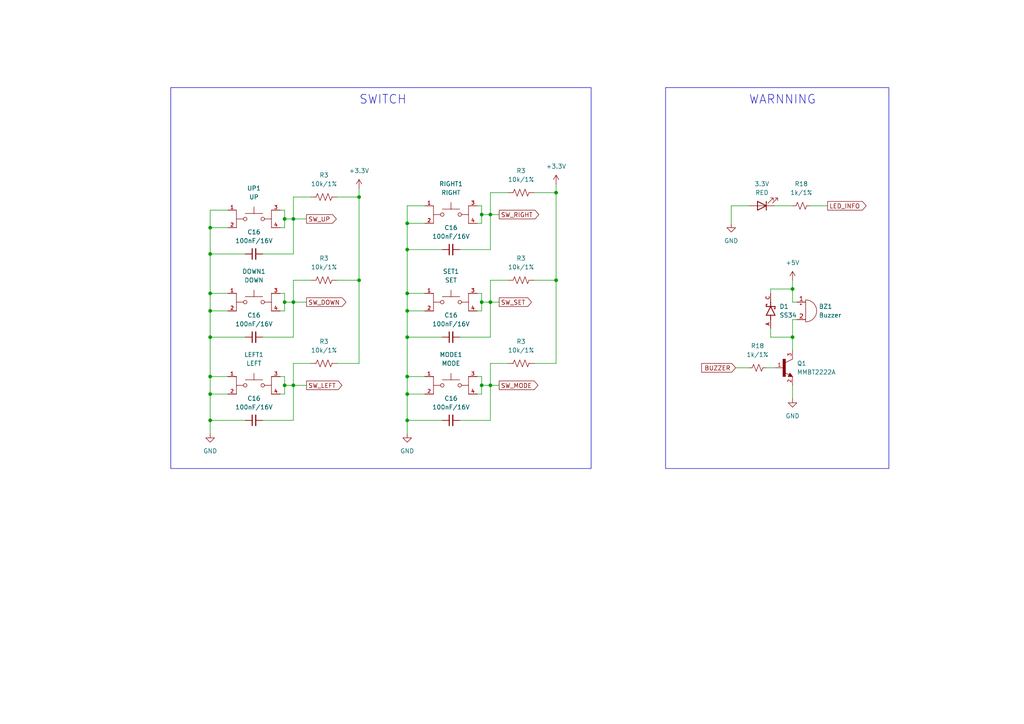
<source format=kicad_sch>
(kicad_sch (version 20230121) (generator eeschema)
  (paper "A4")
  (title_block (title "SETTING") (date "2023-12-10"))
  (lib_symbols
    (symbol "Device:Buzzer" (pin_names (offset 0.0254) hide)
      (property "Reference" "BZ" (at 3.81 1.27 0))
      (property "Value" "Buzzer" (at 3.81 -1.27 0))
      (symbol "Buzzer_0_1"
        (arc (start 0 -3.175) (mid 3.1612 0) (end 0 3.175))
        (polyline (pts (xy -1.651 1.905) (xy -1.143 1.905)))
        (polyline (pts (xy -1.397 2.159) (xy -1.397 1.651)))
        (polyline (pts (xy 0 3.175) (xy 0 -3.175)))
      )
      (symbol "Buzzer_1_1"
        (pin passive line (at -2.54 2.54 0) (length 2.54) (name "-") (number "1"))
        (pin passive line (at -2.54 -2.54 0) (length 2.54) (name "+") (number "2"))
      )
    )
    (symbol "Device:C_Small" (pin_numbers hide) (pin_names (offset 0.254) hide)
      (property "Reference" "C" (at 0.254 1.778 0))
      (property "Value" "C_Small" (at 0.254 -2.032 0))
      (symbol "C_Small_0_1"
        (polyline (pts (xy -1.524 -0.508) (xy 1.524 -0.508)) (stroke (width 0.3302)))
        (polyline (pts (xy -1.524 0.508) (xy 1.524 0.508)) (stroke (width 0.3048)))
      )
      (symbol "C_Small_1_1"
        (pin passive line (at 0 2.54 270) (length 2.032) (name "~") (number "1"))
        (pin passive line (at 0 -2.54 90) (length 2.032) (name "~") (number "2"))
      )
    )
    (symbol "Device:LED" (pin_numbers hide) (pin_names (offset 1.016) hide)
      (property "Reference" "D" (at 0 2.54 0))
      (property "Value" "LED" (at 0 -2.54 0))
      (symbol "LED_0_1"
        (polyline (pts (xy -1.27 -1.27) (xy -1.27 1.27)) (stroke (width 0.254)))
        (polyline (pts (xy -1.27 0) (xy 1.27 0)))
        (polyline (pts (xy 1.27 -1.27) (xy 1.27 1.27) (xy -1.27 0) (xy 1.27 -1.27)) (stroke (width 0.254)))
        (polyline (pts (xy -3.048 -0.762) (xy -4.572 -2.286) (xy -3.81 -2.286) (xy -4.572 -2.286) (xy -4.572 -1.524)))
        (polyline (pts (xy -1.778 -0.762) (xy -3.302 -2.286) (xy -2.54 -2.286) (xy -3.302 -2.286) (xy -3.302 -1.524)))
      )
      (symbol "LED_1_1"
        (pin passive line (at -3.81 0 0) (length 2.54) (name "K") (number "1"))
        (pin passive line (at 3.81 0 180) (length 2.54) (name "A") (number "2"))
      )
    )
    (symbol "Device:R_Small_US" (pin_numbers hide) (pin_names (offset 0.254) hide)
      (property "Reference" "R" (at 0.762 0.508 0))
      (property "Value" "R_Small_US" (at 0.762 -1.016 0))
      (symbol "R_Small_US_1_1"
        (polyline (pts (xy 0 0) (xy 1.016 -0.381) (xy 0 -0.762) (xy -1.016 -1.143) (xy 0 -1.524)))
        (polyline (pts (xy 0 1.524) (xy 1.016 1.143) (xy 0 0.762) (xy -1.016 0.381) (xy 0 0)))
        (pin passive line (at 0 2.54 270) (length 1.016) (name "~") (number "1"))
        (pin passive line (at 0 -2.54 90) (length 1.016) (name "~") (number "2"))
      )
    )
    (symbol "Device:R_US" (pin_numbers hide) (pin_names (offset 0))
      (property "Reference" "R" (at 2.54 0 90))
      (property "Value" "R_US" (at -2.54 0 90))
      (symbol "R_US_0_1"
        (polyline (pts (xy 0 -2.286) (xy 0 -2.54)))
        (polyline (pts (xy 0 2.286) (xy 0 2.54)))
        (polyline (pts (xy 0 -0.762) (xy 1.016 -1.143) (xy 0 -1.524) (xy -1.016 -1.905) (xy 0 -2.286)))
        (polyline (pts (xy 0 0.762) (xy 1.016 0.381) (xy 0 0) (xy -1.016 -0.381) (xy 0 -0.762)))
        (polyline (pts (xy 0 2.286) (xy 1.016 1.905) (xy 0 1.524) (xy -1.016 1.143) (xy 0 0.762)))
      )
      (symbol "R_US_1_1"
        (pin passive line (at 0 3.81 270) (length 1.27) (name "~") (number "1"))
        (pin passive line (at 0 -3.81 90) (length 1.27) (name "~") (number "2"))
      )
    )
    (symbol "MMBT2222A:MMBT2222A" (pin_names (offset 1.016))
      (property "Reference" "Q" (at -10.1729 7.6297 0))
      (property "Value" "MMBT2222A" (at -10.1683 5.0841 0))
      (symbol "MMBT2222A_0_0"
        (rectangle (start -0.2545 -2.5449) (end 0.508 2.54) (stroke (width 0.1)) (fill (type outline)))
        (polyline (pts (xy 1.27 -2.54) (xy 1.778 -1.524)) (stroke (width 0.1524)))
        (polyline (pts (xy 1.524 -2.413) (xy 2.286 -2.413)) (stroke (width 0.254)))
        (polyline (pts (xy 1.524 -2.286) (xy 1.905 -2.286)) (stroke (width 0.254)))
        (polyline (pts (xy 1.54 -2.04) (xy 0.308 -1.424)) (stroke (width 0.1524)))
        (polyline (pts (xy 1.778 -1.778) (xy 1.524 -2.286)) (stroke (width 0.254)))
        (polyline (pts (xy 1.778 -1.524) (xy 2.54 -2.54)) (stroke (width 0.1524)))
        (polyline (pts (xy 1.905 -2.286) (xy 1.778 -2.032)) (stroke (width 0.254)))
        (polyline (pts (xy 2.286 -2.413) (xy 1.778 -1.778)) (stroke (width 0.254)))
        (polyline (pts (xy 2.54 -2.54) (xy 1.27 -2.54)) (stroke (width 0.1524)))
        (polyline (pts (xy 2.54 2.54) (xy 0.508 1.524)) (stroke (width 0.1524)))
        (pin passive line (at -2.54 0 0) (length 2.54) (name "~") (number "1"))
        (pin passive line (at 2.54 -5.08 90) (length 2.54) (name "~") (number "2"))
        (pin passive line (at 2.54 5.08 270) (length 2.54) (name "~") (number "3"))
      )
    )
    (symbol "SS34:SS34" (pin_names (offset 1.016))
      (property "Reference" "D" (at -5.08 2.54 0))
      (property "Value" "SS34" (at -5.08 -3.81 0))
      (symbol "SS34_0_0"
        (polyline (pts (xy -2.54 0) (xy -1.27 0)) (stroke (width 0.254)))
        (polyline (pts (xy -1.27 -1.27) (xy 1.27 0)) (stroke (width 0.254)))
        (polyline (pts (xy -1.27 0) (xy -1.27 -1.27)) (stroke (width 0.254)))
        (polyline (pts (xy -1.27 1.27) (xy -1.27 0)) (stroke (width 0.254)))
        (polyline (pts (xy 0.635 -1.016) (xy 0.635 -1.27)) (stroke (width 0.254)))
        (polyline (pts (xy 1.27 -1.27) (xy 0.635 -1.27)) (stroke (width 0.254)))
        (polyline (pts (xy 1.27 0) (xy -1.27 1.27)) (stroke (width 0.254)))
        (polyline (pts (xy 1.27 0) (xy 1.27 -1.27)) (stroke (width 0.254)))
        (polyline (pts (xy 1.27 1.27) (xy 1.27 0)) (stroke (width 0.254)))
        (polyline (pts (xy 1.905 1.27) (xy 1.27 1.27)) (stroke (width 0.254)))
        (polyline (pts (xy 1.905 1.27) (xy 1.905 1.016)) (stroke (width 0.254)))
        (polyline (pts (xy 2.54 0) (xy 1.27 0)) (stroke (width 0.254)))
        (pin passive line (at -5.08 0 0) (length 2.54) (name "~") (number "A"))
        (pin passive line (at 5.08 0 180) (length 2.54) (name "~") (number "C"))
      )
    )
    (symbol "TL3300CF260Q:SW_SMD_12_12" (pin_names (offset 1.016))
      (property "Reference" "SW" (at -5.08 5.08 0))
      (property "Value" "TL3300CF260Q" (at -5.08 -5.08 0))
      (symbol "SW_SMD_12_12_0_0"
        (circle (center -2.54 0) (radius 0.508) (stroke (width 0.1524)))
        (polyline (pts (xy -5.08 0) (xy -3.048 0)) (stroke (width 0.1524)))
        (polyline (pts (xy -5.08 2.54) (xy -5.08 -2.54)) (stroke (width 0.1524)))
        (polyline (pts (xy -2.54 1.5875) (xy 0 1.5875)) (stroke (width 0.1524)))
        (polyline (pts (xy 0 1.5875) (xy 0 3.4925)) (stroke (width 0.1524)))
        (polyline (pts (xy 0 1.5875) (xy 2.54 1.5875)) (stroke (width 0.1524)))
        (polyline (pts (xy 5.08 0) (xy 3.048 0)) (stroke (width 0.1524)))
        (polyline (pts (xy 5.08 2.54) (xy 5.08 -2.54)) (stroke (width 0.1524)))
        (circle (center 2.54 0) (radius 0.508) (stroke (width 0.1524)))
        (pin passive line (at -7.62 2.54 0) (length 2.54) (name "~") (number "1"))
        (pin passive line (at -7.62 -2.54 0) (length 2.54) (name "~") (number "2"))
        (pin passive line (at 7.62 2.54 180) (length 2.54) (name "~") (number "3"))
        (pin passive line (at 7.62 -2.54 180) (length 2.54) (name "~") (number "4"))
      )
    )
    (symbol "power:+3.3V" (power) (pin_names (offset 0))
      (property "Value" "+3.3V" (at 0 3.556 0))
      (symbol "+3.3V_0_1"
        (polyline (pts (xy -0.762 1.27) (xy 0 2.54)))
        (polyline (pts (xy 0 0) (xy 0 2.54)))
        (polyline (pts (xy 0 2.54) (xy 0.762 1.27)))
      )
      (symbol "+3.3V_1_1"
        (pin power_in line (at 0 0 90) (length 0) hide (name "+3.3V") (number "1"))
      )
    )
    (symbol "power:+5V" (power) (pin_names (offset 0))
      (property "Value" "+5V" (at 0 3.556 0))
      (symbol "+5V_0_1"
        (polyline (pts (xy -0.762 1.27) (xy 0 2.54)))
        (polyline (pts (xy 0 0) (xy 0 2.54)))
        (polyline (pts (xy 0 2.54) (xy 0.762 1.27)))
      )
      (symbol "+5V_1_1"
        (pin power_in line (at 0 0 90) (length 0) hide (name "+5V") (number "1"))
      )
    )
    (symbol "power:GND" (power) (pin_names (offset 0))
      (property "Value" "GND" (at 0 -3.81 0))
      (symbol "GND_0_1"
        (polyline (pts (xy 0 0) (xy 0 -1.27) (xy 1.27 -1.27) (xy 0 -2.54) (xy -1.27 -1.27) (xy 0 -1.27)))
      )
      (symbol "GND_1_1"
        (pin power_in line (at 0 0 270) (length 0) hide (name "GND") (number "1"))
      )
    )
  )
  (junction (at 60.96 114.3))
  (junction (at 104.14 57.15))
  (junction (at 142.24 87.63))
  (junction (at 60.96 97.79))
  (junction (at 60.96 90.17))
  (junction (at 229.87 97.79))
  (junction (at 118.11 109.22))
  (junction (at 82.55 63.5))
  (junction (at 60.96 85.09))
  (junction (at 85.09 111.76))
  (junction (at 60.96 121.92))
  (junction (at 118.11 64.77))
  (junction (at 139.7 87.63))
  (junction (at 118.11 121.92))
  (junction (at 142.24 62.23))
  (junction (at 60.96 73.66))
  (junction (at 118.11 114.3))
  (junction (at 60.96 66.04))
  (junction (at 118.11 72.39))
  (junction (at 104.14 81.28))
  (junction (at 118.11 97.79))
  (junction (at 139.7 62.23))
  (junction (at 161.29 81.28))
  (junction (at 161.29 55.88))
  (junction (at 118.11 90.17))
  (junction (at 118.11 85.09))
  (junction (at 60.96 109.22))
  (junction (at 229.87 83.82))
  (junction (at 85.09 87.63))
  (junction (at 82.55 87.63))
  (junction (at 142.24 111.76))
  (junction (at 85.09 63.5))
  (junction (at 82.55 111.76))
  (junction (at 139.7 111.76))
  (wire (pts (xy 139.7 59.69) (xy 139.7 62.23)))
  (wire (pts (xy 223.52 85.09) (xy 223.52 83.82)))
  (wire (pts (xy 123.19 59.69) (xy 118.11 59.69)))
  (wire (pts (xy 142.24 72.39) (xy 142.24 62.23)))
  (wire (pts (xy 60.96 97.79) (xy 60.96 109.22)))
  (wire (pts (xy 161.29 105.41) (xy 154.94 105.41)))
  (wire (pts (xy 82.55 90.17) (xy 81.28 90.17)))
  (wire (pts (xy 82.55 66.04) (xy 81.28 66.04)))
  (wire (pts (xy 118.11 114.3) (xy 123.19 114.3)))
  (wire (pts (xy 142.24 62.23) (xy 144.78 62.23)))
  (wire (pts (xy 85.09 63.5) (xy 88.9 63.5)))
  (wire (pts (xy 118.11 72.39) (xy 118.11 85.09)))
  (wire (pts (xy 76.2 121.92) (xy 85.09 121.92)))
  (wire (pts (xy 212.09 59.69) (xy 217.17 59.69)))
  (wire (pts (xy 118.11 85.09) (xy 123.19 85.09)))
  (wire (pts (xy 90.17 57.15) (xy 85.09 57.15)))
  (wire (pts (xy 118.11 90.17) (xy 123.19 90.17)))
  (wire (pts (xy 118.11 114.3) (xy 118.11 121.92)))
  (wire (pts (xy 82.55 111.76) (xy 82.55 114.3)))
  (wire (pts (xy 82.55 63.5) (xy 85.09 63.5)))
  (wire (pts (xy 139.7 62.23) (xy 139.7 64.77)))
  (wire (pts (xy 229.87 97.79) (xy 229.87 101.6)))
  (wire (pts (xy 60.96 121.92) (xy 60.96 125.73)))
  (wire (pts (xy 142.24 111.76) (xy 144.78 111.76)))
  (wire (pts (xy 161.29 55.88) (xy 161.29 81.28)))
  (wire (pts (xy 118.11 97.79) (xy 118.11 109.22)))
  (wire (pts (xy 142.24 87.63) (xy 144.78 87.63)))
  (wire (pts (xy 60.96 114.3) (xy 60.96 121.92)))
  (wire (pts (xy 118.11 64.77) (xy 123.19 64.77)))
  (wire (pts (xy 142.24 121.92) (xy 142.24 111.76)))
  (wire (pts (xy 118.11 121.92) (xy 128.27 121.92)))
  (wire (pts (xy 60.96 109.22) (xy 66.04 109.22)))
  (wire (pts (xy 161.29 53.34) (xy 161.29 55.88)))
  (wire (pts (xy 118.11 64.77) (xy 118.11 72.39)))
  (wire (pts (xy 240.03 59.69) (xy 234.95 59.69)))
  (wire (pts (xy 97.79 57.15) (xy 104.14 57.15)))
  (wire (pts (xy 85.09 97.79) (xy 85.09 87.63)))
  (wire (pts (xy 60.96 90.17) (xy 60.96 97.79)))
  (wire (pts (xy 139.7 109.22) (xy 139.7 111.76)))
  (wire (pts (xy 85.09 105.41) (xy 85.09 111.76)))
  (wire (pts (xy 104.14 54.61) (xy 104.14 57.15)))
  (wire (pts (xy 82.55 109.22) (xy 81.28 109.22)))
  (wire (pts (xy 133.35 121.92) (xy 142.24 121.92)))
  (wire (pts (xy 60.96 109.22) (xy 60.96 114.3)))
  (wire (pts (xy 104.14 81.28) (xy 104.14 105.41)))
  (wire (pts (xy 118.11 109.22) (xy 123.19 109.22)))
  (wire (pts (xy 85.09 121.92) (xy 85.09 111.76)))
  (wire (pts (xy 97.79 81.28) (xy 104.14 81.28)))
  (wire (pts (xy 139.7 90.17) (xy 138.43 90.17)))
  (wire (pts (xy 147.32 105.41) (xy 142.24 105.41)))
  (wire (pts (xy 139.7 85.09) (xy 139.7 87.63)))
  (wire (pts (xy 118.11 90.17) (xy 118.11 97.79)))
  (wire (pts (xy 139.7 111.76) (xy 139.7 114.3)))
  (wire (pts (xy 213.36 106.68) (xy 217.17 106.68)))
  (wire (pts (xy 229.87 87.63) (xy 231.14 87.63)))
  (wire (pts (xy 118.11 72.39) (xy 128.27 72.39)))
  (wire (pts (xy 118.11 121.92) (xy 118.11 125.73)))
  (wire (pts (xy 222.25 106.68) (xy 224.79 106.68)))
  (wire (pts (xy 60.96 66.04) (xy 66.04 66.04)))
  (wire (pts (xy 118.11 97.79) (xy 128.27 97.79)))
  (wire (pts (xy 76.2 97.79) (xy 85.09 97.79)))
  (wire (pts (xy 81.28 60.96) (xy 82.55 60.96)))
  (wire (pts (xy 139.7 64.77) (xy 138.43 64.77)))
  (wire (pts (xy 85.09 73.66) (xy 85.09 63.5)))
  (wire (pts (xy 82.55 60.96) (xy 82.55 63.5)))
  (wire (pts (xy 118.11 85.09) (xy 118.11 90.17)))
  (wire (pts (xy 82.55 63.5) (xy 82.55 66.04)))
  (wire (pts (xy 133.35 72.39) (xy 142.24 72.39)))
  (wire (pts (xy 82.55 111.76) (xy 85.09 111.76)))
  (wire (pts (xy 139.7 87.63) (xy 139.7 90.17)))
  (wire (pts (xy 66.04 60.96) (xy 60.96 60.96)))
  (wire (pts (xy 60.96 66.04) (xy 60.96 73.66)))
  (wire (pts (xy 139.7 114.3) (xy 138.43 114.3)))
  (wire (pts (xy 154.94 81.28) (xy 161.29 81.28)))
  (wire (pts (xy 142.24 55.88) (xy 142.24 62.23)))
  (wire (pts (xy 139.7 111.76) (xy 142.24 111.76)))
  (wire (pts (xy 82.55 87.63) (xy 85.09 87.63)))
  (wire (pts (xy 82.55 87.63) (xy 82.55 90.17)))
  (wire (pts (xy 85.09 81.28) (xy 85.09 87.63)))
  (wire (pts (xy 82.55 109.22) (xy 82.55 111.76)))
  (wire (pts (xy 90.17 81.28) (xy 85.09 81.28)))
  (wire (pts (xy 133.35 97.79) (xy 142.24 97.79)))
  (wire (pts (xy 60.96 73.66) (xy 71.12 73.66)))
  (wire (pts (xy 60.96 85.09) (xy 66.04 85.09)))
  (wire (pts (xy 104.14 57.15) (xy 104.14 81.28)))
  (wire (pts (xy 142.24 105.41) (xy 142.24 111.76)))
  (wire (pts (xy 60.96 97.79) (xy 71.12 97.79)))
  (wire (pts (xy 60.96 90.17) (xy 66.04 90.17)))
  (wire (pts (xy 82.55 114.3) (xy 81.28 114.3)))
  (wire (pts (xy 231.14 92.71) (xy 229.87 92.71)))
  (wire (pts (xy 147.32 81.28) (xy 142.24 81.28)))
  (wire (pts (xy 223.52 83.82) (xy 229.87 83.82)))
  (wire (pts (xy 60.96 85.09) (xy 60.96 90.17)))
  (wire (pts (xy 229.87 83.82) (xy 229.87 87.63)))
  (wire (pts (xy 142.24 97.79) (xy 142.24 87.63)))
  (wire (pts (xy 85.09 57.15) (xy 85.09 63.5)))
  (wire (pts (xy 138.43 109.22) (xy 139.7 109.22)))
  (wire (pts (xy 223.52 97.79) (xy 229.87 97.79)))
  (wire (pts (xy 223.52 95.25) (xy 223.52 97.79)))
  (wire (pts (xy 212.09 59.69) (xy 212.09 64.77)))
  (wire (pts (xy 60.96 114.3) (xy 66.04 114.3)))
  (wire (pts (xy 139.7 62.23) (xy 142.24 62.23)))
  (wire (pts (xy 229.87 111.76) (xy 229.87 115.57)))
  (wire (pts (xy 82.55 85.09) (xy 82.55 87.63)))
  (wire (pts (xy 229.87 81.28) (xy 229.87 83.82)))
  (wire (pts (xy 104.14 105.41) (xy 97.79 105.41)))
  (wire (pts (xy 229.87 92.71) (xy 229.87 97.79)))
  (wire (pts (xy 60.96 73.66) (xy 60.96 85.09)))
  (wire (pts (xy 90.17 105.41) (xy 85.09 105.41)))
  (wire (pts (xy 60.96 60.96) (xy 60.96 66.04)))
  (wire (pts (xy 118.11 59.69) (xy 118.11 64.77)))
  (wire (pts (xy 85.09 111.76) (xy 88.9 111.76)))
  (wire (pts (xy 154.94 55.88) (xy 161.29 55.88)))
  (wire (pts (xy 142.24 81.28) (xy 142.24 87.63)))
  (wire (pts (xy 138.43 59.69) (xy 139.7 59.69)))
  (wire (pts (xy 161.29 81.28) (xy 161.29 105.41)))
  (wire (pts (xy 85.09 87.63) (xy 88.9 87.63)))
  (wire (pts (xy 76.2 73.66) (xy 85.09 73.66)))
  (wire (pts (xy 139.7 87.63) (xy 142.24 87.63)))
  (wire (pts (xy 147.32 55.88) (xy 142.24 55.88)))
  (wire (pts (xy 224.79 59.69) (xy 229.87 59.69)))
  (wire (pts (xy 81.28 85.09) (xy 82.55 85.09)))
  (wire (pts (xy 138.43 85.09) (xy 139.7 85.09)))
  (wire (pts (xy 118.11 114.3) (xy 118.11 109.22)))
  (wire (pts (xy 60.96 121.92) (xy 71.12 121.92)))
  (rectangle (start 49.53 25.4) (end 171.45 135.89))
  (rectangle (start 193.04 25.4) (end 257.81 135.89))
  (text "WARNNING" (at 217.17 30.48 0) (effects (font (size 2.54 2.54)) (justify left bottom)))
  (text "SWITCH" (at 104.14 30.48 0) (effects (font (size 2.54 2.54)) (justify left bottom)))
  (global_label "LED_INFO" (shape output) (at 240.03 59.69 0) (property "Intersheetrefs" "${INTERSHEET_REFS}" (effects hide)))
  (global_label "SW_DOWN" (shape output) (at 88.9 87.63 0) (property "Intersheetrefs" "${INTERSHEET_REFS}" (effects hide)))
  (global_label "SW_MODE" (shape output) (at 144.78 111.76 0) (property "Intersheetrefs" "${INTERSHEET_REFS}" (effects hide)))
  (global_label "SW_UP" (shape output) (at 88.9 63.5 0) (property "Intersheetrefs" "${INTERSHEET_REFS}" (effects hide)))
  (global_label "SW_LEFT" (shape output) (at 88.9 111.76 0) (property "Intersheetrefs" "${INTERSHEET_REFS}" (effects hide)))
  (global_label "SW_RIGHT" (shape output) (at 144.78 62.23 0) (property "Intersheetrefs" "${INTERSHEET_REFS}" (effects hide)))
  (global_label "BUZZER" (shape input) (at 213.36 106.68 180) (property "Intersheetrefs" "${INTERSHEET_REFS}" (effects hide)))
  (global_label "SW_SET" (shape output) (at 144.78 87.63 0) (property "Intersheetrefs" "${INTERSHEET_REFS}" (effects hide)))
  (symbol (lib_id "TL3300CF260Q:SW_SMD_12_12") (at 130.81 87.63 0) (unit 1)
    (property "Reference" "SET1" (at 130.81 78.74 0))
    (property "Value" "SET" (at 130.81 81.28 0))
    (property "Footprint" "TL3300CF260Q:SW_TL3300CF260Q" (effects hide))
    (property "URL" "https://www.thegioiic.com/nut-nhan-12x12mm-cao-8mm-4-chan-smd" (effects hide))
  )
  (symbol (lib_id "Device:C_Small") (at 73.66 121.92 90) (unit 1)
    (property "Reference" "C16" (at 73.6663 115.57 90))
    (property "Value" "100nF/16V" (at 73.6663 118.11 90))
    (property "Footprint" "Capacitor_SMD:C_0603_1608Metric_Pad1.08x0.95mm_HandSolder" (effects hide))
    (property "URL" "https://www.thegioiic.com/tu-gom-0603-100nf-0-1uf-16v" (effects hide))
    (instances (project "Brightness_Meter" (path "" (reference "C16") (unit 1)) (path "" (reference "C21") (unit 1)) (path "" (reference "C46") (unit 1))))
  )
  (symbol (lib_id "Device:R_Small_US") (at 232.41 59.69 90) (unit 1)
    (property "Reference" "R18" (at 232.41 53.34 90))
    (property "Value" "1k/1%" (at 232.41 55.88 90))
    (property "Footprint" "Resistor_SMD:R_0603_1608Metric_Pad0.98x0.95mm_HandSolder" (effects hide))
    (property "URL" "https://www.thegioiic.com/dien-tro-1-kohm-0603-1-" (effects hide))
    (instances (project "Brightness_Meter" (path "" (reference "R18") (unit 1)) (path "" (reference "R36") (unit 1))))
  )
  (symbol (lib_id "Device:R_Small_US") (at 219.71 106.68 90) (unit 1)
    (property "Reference" "R18" (at 219.71 100.33 90))
    (property "Value" "1k/1%" (at 219.71 102.87 90))
    (property "Footprint" "Resistor_SMD:R_0603_1608Metric_Pad0.98x0.95mm_HandSolder" (effects hide))
    (property "URL" "https://www.thegioiic.com/dien-tro-1-kohm-0603-1-" (effects hide))
    (instances (project "Brightness_Meter" (path "" (reference "R18") (unit 1)) (path "" (reference "R37") (unit 1))))
  )
  (symbol (lib_id "SS34:SS34") (at 223.52 90.17 90) (unit 1)
    (property "Reference" "D1" (at 226.06 88.9 90) (effects (justify right)))
    (property "Value" "SS34" (at 226.06 91.44 90) (effects (justify right)))
    (property "Footprint" "SS34:DIOM4325X250N" (effects hide))
    (property "URL" "https://www.thegioiic.com/ss34-sma-diode-schottky-3a" (effects hide))
    (instances (project "Brightness_Meter" (path "" (reference "D1") (unit 1)) (path "" (reference "D3") (unit 1))))
  )
  (symbol (lib_id "TL3300CF260Q:SW_SMD_12_12") (at 130.81 111.76 0) (unit 1)
    (property "Reference" "MODE1" (at 130.81 102.87 0))
    (property "Value" "MODE" (at 130.81 105.41 0))
    (property "Footprint" "TL3300CF260Q:SW_TL3300CF260Q" (effects hide))
    (property "URL" "https://www.thegioiic.com/nut-nhan-12x12mm-cao-8mm-4-chan-smd" (effects hide))
  )
  (symbol (lib_id "Device:C_Small") (at 73.66 97.79 90) (unit 1)
    (property "Reference" "C16" (at 73.6663 91.44 90))
    (property "Value" "100nF/16V" (at 73.6663 93.98 90))
    (property "Footprint" "Capacitor_SMD:C_0603_1608Metric_Pad1.08x0.95mm_HandSolder" (effects hide))
    (property "URL" "https://www.thegioiic.com/tu-gom-0603-100nf-0-1uf-16v" (effects hide))
    (instances (project "Brightness_Meter" (path "" (reference "C16") (unit 1)) (path "" (reference "C21") (unit 1)) (path "" (reference "C45") (unit 1))))
  )
  (symbol (lib_id "TL3300CF260Q:SW_SMD_12_12") (at 73.66 63.5 0) (unit 1)
    (property "Reference" "UP1" (at 73.66 54.61 0))
    (property "Value" "UP" (at 73.66 57.15 0))
    (property "Footprint" "TL3300CF260Q:SW_TL3300CF260Q" (effects hide))
    (property "URL" "https://www.thegioiic.com/nut-nhan-12x12mm-cao-8mm-4-chan-smd" (effects hide))
  )
  (symbol (lib_id "Device:R_US") (at 93.98 81.28 90) (unit 1)
    (property "Reference" "R3" (at 93.98 74.93 90))
    (property "Value" "10k/1%" (at 93.98 77.47 90))
    (property "Footprint" "Resistor_SMD:R_0603_1608Metric_Pad0.98x0.95mm_HandSolder" (effects hide))
    (property "URL" "https://www.thegioiic.com/dien-tro-10-kohm-0603-1-" (effects hide))
    (instances (project "Brightness_Meter" (path "" (reference "R3") (unit 1)) (path "" (reference "R10") (unit 1)) (path "" (reference "R31") (unit 1))))
  )
  (symbol (lib_id "power:GND") (at 229.87 115.57 0) (unit 1)
    (property "Reference" "#PWR065" (effects hide))
    (property "Value" "GND" (at 229.87 120.65 0))
  )
  (symbol (lib_id "Device:C_Small") (at 130.81 121.92 90) (unit 1)
    (property "Reference" "C16" (at 130.8163 115.57 90))
    (property "Value" "100nF/16V" (at 130.8163 118.11 90))
    (property "Footprint" "Capacitor_SMD:C_0603_1608Metric_Pad1.08x0.95mm_HandSolder" (effects hide))
    (property "URL" "https://www.thegioiic.com/tu-gom-0603-100nf-0-1uf-16v" (effects hide))
    (instances (project "Brightness_Meter" (path "" (reference "C16") (unit 1)) (path "" (reference "C21") (unit 1)) (path "" (reference "C49") (unit 1))))
  )
  (symbol (lib_id "TL3300CF260Q:SW_SMD_12_12") (at 130.81 62.23 0) (unit 1)
    (property "Reference" "RIGHT1" (at 130.81 53.34 0))
    (property "Value" "RIGHT" (at 130.81 55.88 0))
    (property "Footprint" "TL3300CF260Q:SW_TL3300CF260Q" (effects hide))
    (property "URL" "https://www.thegioiic.com/nut-nhan-12x12mm-cao-8mm-4-chan-smd" (effects hide))
  )
  (symbol (lib_id "power:GND") (at 212.09 64.77 0) (unit 1)
    (property "Reference" "#PWR074" (effects hide))
    (property "Value" "GND" (at 212.09 69.85 0))
  )
  (symbol (lib_id "MMBT2222A:MMBT2222A") (at 227.33 106.68 0) (unit 1)
    (property "Reference" "Q1" (at 231.14 105.41 0) (effects (justify left)))
    (property "Value" "MMBT2222A" (at 231.14 107.95 0) (effects (justify left)))
    (property "Footprint" "MMBT2222A:SOT23" (effects hide))
  )
  (symbol (lib_id "power:+3.3V") (at 161.29 53.34 0) (unit 1)
    (property "Reference" "#PWR062" (effects hide))
    (property "Value" "+3.3V" (at 161.29 48.26 0))
  )
  (symbol (lib_id "Device:R_US") (at 151.13 105.41 90) (unit 1)
    (property "Reference" "R3" (at 151.13 99.06 90))
    (property "Value" "10k/1%" (at 151.13 101.6 90))
    (property "Footprint" "Resistor_SMD:R_0603_1608Metric_Pad0.98x0.95mm_HandSolder" (effects hide))
    (property "URL" "https://www.thegioiic.com/dien-tro-10-kohm-0603-1-" (effects hide))
    (instances (project "Brightness_Meter" (path "" (reference "R3") (unit 1)) (path "" (reference "R10") (unit 1)) (path "" (reference "R35") (unit 1))))
  )
  (symbol (lib_id "Device:Buzzer") (at 233.68 90.17 0) (unit 1)
    (property "Reference" "BZ1" (at 237.49 88.9 0) (effects (justify left)))
    (property "Value" "Buzzer" (at 237.49 91.44 0) (effects (justify left)))
    (property "Footprint" "Buzzer_Beeper:Buzzer_12x9.5RM7.6" (effects hide))
  )
  (symbol (lib_id "TL3300CF260Q:SW_SMD_12_12") (at 73.66 87.63 0) (unit 1)
    (property "Reference" "DOWN1" (at 73.66 78.74 0))
    (property "Value" "DOWN" (at 73.66 81.28 0))
    (property "Footprint" "TL3300CF260Q:SW_TL3300CF260Q" (effects hide))
    (property "URL" "https://www.thegioiic.com/nut-nhan-12x12mm-cao-8mm-4-chan-smd" (effects hide))
  )
  (symbol (lib_id "power:GND") (at 118.11 125.73 0) (unit 1)
    (property "Reference" "#PWR060" (effects hide))
    (property "Value" "GND" (at 118.11 130.81 0))
  )
  (symbol (lib_id "Device:LED") (at 220.98 59.69 180) (unit 1)
    (property "Reference" "3.3V" (at 220.98 53.34 0))
    (property "Value" "RED" (at 220.98 55.88 0))
    (property "Footprint" "LED_SMD:LED_0805_2012Metric_Pad1.15x1.40mm_HandSolder" (effects hide))
    (property "URL" "https://www.thegioiic.com/led-xanh-duong-0805-dan-smd-trong-suot-harvatek" (effects hide))
    (instances (project "Brightness_Meter" (path "" (reference "3.3V") (unit 1)) (path "" (reference "LED1") (unit 1))))
  )
  (symbol (lib_id "Device:C_Small") (at 130.81 72.39 90) (unit 1)
    (property "Reference" "C16" (at 130.8163 66.04 90))
    (property "Value" "100nF/16V" (at 130.8163 68.58 90))
    (property "Footprint" "Capacitor_SMD:C_0603_1608Metric_Pad1.08x0.95mm_HandSolder" (effects hide))
    (property "URL" "https://www.thegioiic.com/tu-gom-0603-100nf-0-1uf-16v" (effects hide))
    (instances (project "Brightness_Meter" (path "" (reference "C16") (unit 1)) (path "" (reference "C21") (unit 1)) (path "" (reference "C47") (unit 1))))
  )
  (symbol (lib_id "Device:R_US") (at 151.13 55.88 90) (unit 1)
    (property "Reference" "R3" (at 151.13 49.53 90))
    (property "Value" "10k/1%" (at 151.13 52.07 90))
    (property "Footprint" "Resistor_SMD:R_0603_1608Metric_Pad0.98x0.95mm_HandSolder" (effects hide))
    (property "URL" "https://www.thegioiic.com/dien-tro-10-kohm-0603-1-" (effects hide))
    (instances (project "Brightness_Meter" (path "" (reference "R3") (unit 1)) (path "" (reference "R10") (unit 1)) (path "" (reference "R33") (unit 1))))
  )
  (symbol (lib_id "Device:R_US") (at 93.98 105.41 90) (unit 1)
    (property "Reference" "R3" (at 93.98 99.06 90))
    (property "Value" "10k/1%" (at 93.98 101.6 90))
    (property "Footprint" "Resistor_SMD:R_0603_1608Metric_Pad0.98x0.95mm_HandSolder" (effects hide))
    (property "URL" "https://www.thegioiic.com/dien-tro-10-kohm-0603-1-" (effects hide))
    (instances (project "Brightness_Meter" (path "" (reference "R3") (unit 1)) (path "" (reference "R10") (unit 1)) (path "" (reference "R32") (unit 1))))
  )
  (symbol (lib_id "Device:C_Small") (at 73.66 73.66 90) (unit 1)
    (property "Reference" "C16" (at 73.6663 67.31 90))
    (property "Value" "100nF/16V" (at 73.6663 69.85 90))
    (property "Footprint" "Capacitor_SMD:C_0603_1608Metric_Pad1.08x0.95mm_HandSolder" (effects hide))
    (property "URL" "https://www.thegioiic.com/tu-gom-0603-100nf-0-1uf-16v" (effects hide))
    (instances (project "Brightness_Meter" (path "" (reference "C16") (unit 1)) (path "" (reference "C21") (unit 1)) (path "" (reference "C44") (unit 1))))
  )
  (symbol (lib_id "power:+3.3V") (at 104.14 54.61 0) (unit 1)
    (property "Reference" "#PWR061" (effects hide))
    (property "Value" "+3.3V" (at 104.14 49.53 0))
  )
  (symbol (lib_id "Device:C_Small") (at 130.81 97.79 90) (unit 1)
    (property "Reference" "C16" (at 130.8163 91.44 90))
    (property "Value" "100nF/16V" (at 130.8163 93.98 90))
    (property "Footprint" "Capacitor_SMD:C_0603_1608Metric_Pad1.08x0.95mm_HandSolder" (effects hide))
    (property "URL" "https://www.thegioiic.com/tu-gom-0603-100nf-0-1uf-16v" (effects hide))
    (instances (project "Brightness_Meter" (path "" (reference "C16") (unit 1)) (path "" (reference "C21") (unit 1)) (path "" (reference "C48") (unit 1))))
  )
  (symbol (lib_id "Device:R_US") (at 151.13 81.28 90) (unit 1)
    (property "Reference" "R3" (at 151.13 74.93 90))
    (property "Value" "10k/1%" (at 151.13 77.47 90))
    (property "Footprint" "Resistor_SMD:R_0603_1608Metric_Pad0.98x0.95mm_HandSolder" (effects hide))
    (property "URL" "https://www.thegioiic.com/dien-tro-10-kohm-0603-1-" (effects hide))
    (instances (project "Brightness_Meter" (path "" (reference "R3") (unit 1)) (path "" (reference "R10") (unit 1)) (path "" (reference "R34") (unit 1))))
  )
  (symbol (lib_id "Device:R_US") (at 93.98 57.15 90) (unit 1)
    (property "Reference" "R3" (at 93.98 50.8 90))
    (property "Value" "10k/1%" (at 93.98 53.34 90))
    (property "Footprint" "Resistor_SMD:R_0603_1608Metric_Pad0.98x0.95mm_HandSolder" (effects hide))
    (property "URL" "https://www.thegioiic.com/dien-tro-10-kohm-0603-1-" (effects hide))
    (instances (project "Brightness_Meter" (path "" (reference "R3") (unit 1)) (path "" (reference "R10") (unit 1)) (path "" (reference "R30") (unit 1))))
  )
  (symbol (lib_id "power:GND") (at 60.96 125.73 0) (unit 1)
    (property "Reference" "#PWR059" (effects hide))
    (property "Value" "GND" (at 60.96 130.81 0))
  )
  (symbol (lib_id "TL3300CF260Q:SW_SMD_12_12") (at 73.66 111.76 0) (unit 1)
    (property "Reference" "LEFT1" (at 73.66 102.87 0))
    (property "Value" "LEFT" (at 73.66 105.41 0))
    (property "Footprint" "TL3300CF260Q:SW_TL3300CF260Q" (effects hide))
    (property "URL" "https://www.thegioiic.com/nut-nhan-12x12mm-cao-8mm-4-chan-smd" (effects hide))
  )
  (symbol (lib_id "power:+5V") (at 229.87 81.28 0) (unit 1)
    (property "Reference" "#PWR064" (effects hide))
    (property "Value" "+5V" (at 229.87 76.2 0))
  )
)
</source>
